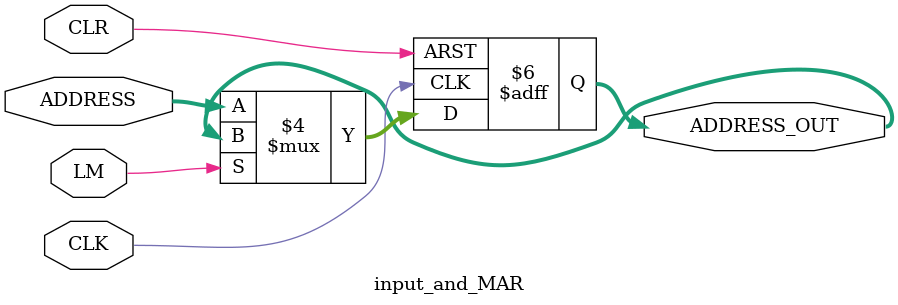
<source format=v>
module input_and_MAR #(parameter WIDTH=4)(input CLK,
input CLR,
input LM,
input [WIDTH-1:0] ADDRESS,
output reg [WIDTH-1:0] ADDRESS_OUT
);
always @(posedge CLK or negedge CLR)
 begin
	if(!CLR)
	 begin
		ADDRESS_OUT<='b0;
	 end
	else if(!LM)
	 begin
		ADDRESS_OUT<=ADDRESS;
	 end
 end 


endmodule

</source>
